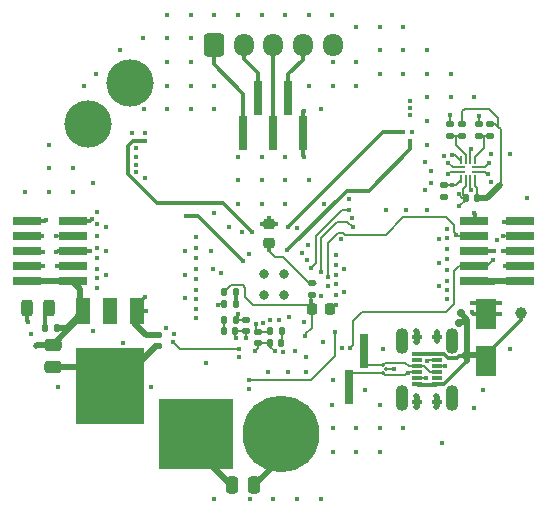
<source format=gbr>
%TF.GenerationSoftware,KiCad,Pcbnew,(6.0.9)*%
%TF.CreationDate,2023-01-25T10:50:16+01:00*%
%TF.ProjectId,BatteryManagementBoard,42617474-6572-4794-9d61-6e6167656d65,rev?*%
%TF.SameCoordinates,Original*%
%TF.FileFunction,Copper,L1,Top*%
%TF.FilePolarity,Positive*%
%FSLAX46Y46*%
G04 Gerber Fmt 4.6, Leading zero omitted, Abs format (unit mm)*
G04 Created by KiCad (PCBNEW (6.0.9)) date 2023-01-25 10:50:16*
%MOMM*%
%LPD*%
G01*
G04 APERTURE LIST*
G04 Aperture macros list*
%AMRoundRect*
0 Rectangle with rounded corners*
0 $1 Rounding radius*
0 $2 $3 $4 $5 $6 $7 $8 $9 X,Y pos of 4 corners*
0 Add a 4 corners polygon primitive as box body*
4,1,4,$2,$3,$4,$5,$6,$7,$8,$9,$2,$3,0*
0 Add four circle primitives for the rounded corners*
1,1,$1+$1,$2,$3*
1,1,$1+$1,$4,$5*
1,1,$1+$1,$6,$7*
1,1,$1+$1,$8,$9*
0 Add four rect primitives between the rounded corners*
20,1,$1+$1,$2,$3,$4,$5,0*
20,1,$1+$1,$4,$5,$6,$7,0*
20,1,$1+$1,$6,$7,$8,$9,0*
20,1,$1+$1,$8,$9,$2,$3,0*%
G04 Aperture macros list end*
%TA.AperFunction,SMDPad,CuDef*%
%ADD10RoundRect,0.225000X-0.225000X-0.250000X0.225000X-0.250000X0.225000X0.250000X-0.225000X0.250000X0*%
%TD*%
%TA.AperFunction,SMDPad,CuDef*%
%ADD11RoundRect,0.135000X0.135000X0.185000X-0.135000X0.185000X-0.135000X-0.185000X0.135000X-0.185000X0*%
%TD*%
%TA.AperFunction,SMDPad,CuDef*%
%ADD12RoundRect,0.140000X-0.140000X-0.170000X0.140000X-0.170000X0.140000X0.170000X-0.140000X0.170000X0*%
%TD*%
%TA.AperFunction,SMDPad,CuDef*%
%ADD13C,1.000000*%
%TD*%
%TA.AperFunction,SMDPad,CuDef*%
%ADD14RoundRect,0.050000X0.375000X0.050000X-0.375000X0.050000X-0.375000X-0.050000X0.375000X-0.050000X0*%
%TD*%
%TA.AperFunction,SMDPad,CuDef*%
%ADD15RoundRect,0.050000X0.050000X0.275000X-0.050000X0.275000X-0.050000X-0.275000X0.050000X-0.275000X0*%
%TD*%
%TA.AperFunction,SMDPad,CuDef*%
%ADD16RoundRect,0.140000X0.140000X0.170000X-0.140000X0.170000X-0.140000X-0.170000X0.140000X-0.170000X0*%
%TD*%
%TA.AperFunction,SMDPad,CuDef*%
%ADD17R,0.870000X0.300000*%
%TD*%
%TA.AperFunction,ComponentPad*%
%ADD18O,1.100000X2.200000*%
%TD*%
%TA.AperFunction,SMDPad,CuDef*%
%ADD19RoundRect,0.140000X-0.170000X0.140000X-0.170000X-0.140000X0.170000X-0.140000X0.170000X0.140000X0*%
%TD*%
%TA.AperFunction,SMDPad,CuDef*%
%ADD20RoundRect,0.225000X0.250000X-0.225000X0.250000X0.225000X-0.250000X0.225000X-0.250000X-0.225000X0*%
%TD*%
%TA.AperFunction,SMDPad,CuDef*%
%ADD21R,1.800000X2.500000*%
%TD*%
%TA.AperFunction,SMDPad,CuDef*%
%ADD22R,2.400000X0.740000*%
%TD*%
%TA.AperFunction,SMDPad,CuDef*%
%ADD23RoundRect,0.250000X-0.475000X0.250000X-0.475000X-0.250000X0.475000X-0.250000X0.475000X0.250000X0*%
%TD*%
%TA.AperFunction,SMDPad,CuDef*%
%ADD24RoundRect,0.135000X-0.185000X0.135000X-0.185000X-0.135000X0.185000X-0.135000X0.185000X0.135000X0*%
%TD*%
%TA.AperFunction,SMDPad,CuDef*%
%ADD25R,0.650000X3.000000*%
%TD*%
%TA.AperFunction,SMDPad,CuDef*%
%ADD26RoundRect,0.135000X-0.135000X-0.185000X0.135000X-0.185000X0.135000X0.185000X-0.135000X0.185000X0*%
%TD*%
%TA.AperFunction,SMDPad,CuDef*%
%ADD27RoundRect,0.243750X-0.243750X-0.456250X0.243750X-0.456250X0.243750X0.456250X-0.243750X0.456250X0*%
%TD*%
%TA.AperFunction,SMDPad,CuDef*%
%ADD28RoundRect,0.135000X0.185000X-0.135000X0.185000X0.135000X-0.185000X0.135000X-0.185000X-0.135000X0*%
%TD*%
%TA.AperFunction,SMDPad,CuDef*%
%ADD29RoundRect,0.250000X-0.250000X-0.475000X0.250000X-0.475000X0.250000X0.475000X-0.250000X0.475000X0*%
%TD*%
%TA.AperFunction,SMDPad,CuDef*%
%ADD30R,1.200000X2.200000*%
%TD*%
%TA.AperFunction,SMDPad,CuDef*%
%ADD31R,5.800000X6.400000*%
%TD*%
%TA.AperFunction,ComponentPad*%
%ADD32RoundRect,0.250000X-0.600000X-0.725000X0.600000X-0.725000X0.600000X0.725000X-0.600000X0.725000X0*%
%TD*%
%TA.AperFunction,ComponentPad*%
%ADD33O,1.700000X1.950000*%
%TD*%
%TA.AperFunction,SMDPad,CuDef*%
%ADD34RoundRect,0.010000X0.090000X0.090000X-0.090000X0.090000X-0.090000X-0.090000X0.090000X-0.090000X0*%
%TD*%
%TA.AperFunction,ComponentPad*%
%ADD35C,6.500000*%
%TD*%
%TA.AperFunction,ComponentPad*%
%ADD36R,6.300000X6.000000*%
%TD*%
%TA.AperFunction,ComponentPad*%
%ADD37C,4.000000*%
%TD*%
%TA.AperFunction,ViaPad*%
%ADD38C,0.450000*%
%TD*%
%TA.AperFunction,ViaPad*%
%ADD39C,0.800000*%
%TD*%
%TA.AperFunction,ViaPad*%
%ADD40C,0.500000*%
%TD*%
%TA.AperFunction,ViaPad*%
%ADD41C,0.700000*%
%TD*%
%TA.AperFunction,Conductor*%
%ADD42C,0.300000*%
%TD*%
%TA.AperFunction,Conductor*%
%ADD43C,0.200000*%
%TD*%
%TA.AperFunction,Conductor*%
%ADD44C,0.500000*%
%TD*%
G04 APERTURE END LIST*
D10*
%TO.P,C326,1*%
%TO.N,/P3-Charger/VDDA*%
X153225000Y-104900000D03*
%TO.P,C326,2*%
%TO.N,GND*%
X154775000Y-104900000D03*
%TD*%
D11*
%TO.P,R309,1*%
%TO.N,/P3-Charger/CELL_BATPRESZ*%
X146810000Y-103500000D03*
%TO.P,R309,2*%
%TO.N,/P3-Charger/VDDA*%
X145790000Y-103500000D03*
%TD*%
D12*
%TO.P,C330,1*%
%TO.N,/P3-Charger/COMP2RC*%
X145820000Y-106800000D03*
%TO.P,C330,2*%
%TO.N,GND*%
X146780000Y-106800000D03*
%TD*%
D13*
%TO.P,TP201,1,1*%
%TO.N,/P2-Connectors/VBUS_connector*%
X171000000Y-105250000D03*
%TD*%
D14*
%TO.P,U501,1,CC1*%
%TO.N,CC1*%
X167205000Y-93280000D03*
%TO.P,U501,2,CC2*%
%TO.N,CC2*%
X167205000Y-92880000D03*
D15*
%TO.P,U501,3,PORT*%
%TO.N,/P5-TUSB422 (Optional)/PTN_PORT*%
X167080000Y-92255000D03*
%TO.P,U501,4,VBUS_DET*%
%TO.N,VBUS*%
X166680000Y-92255000D03*
%TO.P,U501,5,ADR/CON_DET*%
%TO.N,/P5-TUSB422 (Optional)/PTN_ADR*%
X166280000Y-92255000D03*
%TO.P,U501,6,INTB*%
%TO.N,USBC_INT*%
X165880000Y-92255000D03*
D14*
%TO.P,U501,7,SDA*%
%TO.N,SDA*%
X165755000Y-92880000D03*
%TO.P,U501,8,SCL*%
%TO.N,SCL*%
X165755000Y-93280000D03*
D15*
%TO.P,U501,9,ID*%
%TO.N,PTN_ID*%
X165880000Y-93905000D03*
%TO.P,U501,10,GND*%
%TO.N,GND*%
X166280000Y-93905000D03*
%TO.P,U501,11,ENB*%
%TO.N,/P5-TUSB422 (Optional)/PTN_ENB*%
X166680000Y-93905000D03*
%TO.P,U501,12,VDD*%
%TO.N,+3.3V*%
X167080000Y-93905000D03*
%TD*%
D16*
%TO.P,C501,1*%
%TO.N,+3.3V*%
X167230000Y-95500000D03*
%TO.P,C501,2*%
%TO.N,GND*%
X166270000Y-95500000D03*
%TD*%
D11*
%TO.P,R401,1*%
%TO.N,+3.3V*%
X131710000Y-106500000D03*
%TO.P,R401,2*%
%TO.N,/P4 - 3V3 Regulator/POWER_LED*%
X130690000Y-106500000D03*
%TD*%
D17*
%TO.P,J201,A1,GND*%
%TO.N,GND*%
X163865000Y-107250000D03*
%TO.P,J201,A4,VBUS*%
%TO.N,/P2-Connectors/VBUS_connector*%
X163865000Y-108750000D03*
%TO.P,J201,A5,CC1*%
%TO.N,CC1*%
X163865000Y-109250000D03*
%TO.P,J201,A6,DP1*%
%TO.N,/P2-Connectors/USB-P*%
X163865000Y-109750000D03*
%TO.P,J201,A7,DN1*%
%TO.N,/P2-Connectors/USB-N*%
X163865000Y-110250000D03*
%TO.P,J201,A8,SBU1*%
%TO.N,unconnected-(J201-PadA8)*%
X163865000Y-110750000D03*
%TO.P,J201,A9,VBUS*%
%TO.N,/P2-Connectors/VBUS_connector*%
X163865000Y-111250000D03*
%TO.P,J201,A12,GND*%
%TO.N,GND*%
X163865000Y-112750000D03*
%TO.P,J201,B1,GND*%
X162135000Y-112750000D03*
%TO.P,J201,B4,VBUS*%
%TO.N,/P2-Connectors/VBUS_connector*%
X162135000Y-111250000D03*
%TO.P,J201,B5,CC2*%
%TO.N,CC2*%
X162135000Y-110750000D03*
%TO.P,J201,B6,DP2*%
%TO.N,/P2-Connectors/USB-P*%
X162135000Y-110250000D03*
%TO.P,J201,B7,DN2*%
%TO.N,/P2-Connectors/USB-N*%
X162135000Y-109750000D03*
%TO.P,J201,B8,SBU2*%
%TO.N,unconnected-(J201-PadB8)*%
X162135000Y-109250000D03*
%TO.P,J201,B9,VBUS*%
%TO.N,/P2-Connectors/VBUS_connector*%
X162135000Y-108750000D03*
%TO.P,J201,B12,GND*%
%TO.N,GND*%
X162135000Y-107250000D03*
D18*
%TO.P,J201,S1,Shell*%
%TO.N,unconnected-(J201-PadS1)*%
X165150000Y-107600000D03*
%TO.P,J201,S2,Shell*%
%TO.N,unconnected-(J201-PadS2)*%
X160850000Y-107600000D03*
%TO.P,J201,S3,Shell*%
%TO.N,unconnected-(J201-PadS3)*%
X165150000Y-112400000D03*
%TO.P,J201,S4,Shell*%
%TO.N,unconnected-(J201-PadS4)*%
X160850000Y-112400000D03*
%TD*%
D19*
%TO.P,C327,1*%
%TO.N,/P3-Charger/COMP1*%
X148700000Y-106820000D03*
%TO.P,C327,2*%
%TO.N,GND*%
X148700000Y-107780000D03*
%TD*%
%TO.P,C402,1*%
%TO.N,VOUT*%
X140250000Y-107120000D03*
%TO.P,C402,2*%
%TO.N,GND*%
X140250000Y-108080000D03*
%TD*%
D20*
%TO.P,C331,1*%
%TO.N,/P3-Charger/REGN*%
X149600000Y-99300000D03*
%TO.P,C331,2*%
%TO.N,GND*%
X149600000Y-97750000D03*
%TD*%
D11*
%TO.P,R314,1*%
%TO.N,/P3-Charger/COMP1RC*%
X150710000Y-106800000D03*
%TO.P,R314,2*%
%TO.N,/P3-Charger/COMP1*%
X149690000Y-106800000D03*
%TD*%
D21*
%TO.P,D201,1,K*%
%TO.N,/P2-Connectors/VBUS_connector*%
X168000000Y-109300000D03*
%TO.P,D201,2,A*%
%TO.N,GND*%
X168000000Y-105300000D03*
%TD*%
D22*
%TO.P,J205,1,Pin_1*%
%TO.N,+3.3V*%
X133050000Y-102540000D03*
%TO.P,J205,2,Pin_2*%
X129150000Y-102540000D03*
%TO.P,J205,3,Pin_3*%
%TO.N,BQ_IBAT*%
X133050000Y-101270000D03*
%TO.P,J205,4,Pin_4*%
%TO.N,BQ_EN_OTG*%
X129150000Y-101270000D03*
%TO.P,J205,5,Pin_5*%
%TO.N,GND*%
X133050000Y-100000000D03*
%TO.P,J205,6,Pin_6*%
X129150000Y-100000000D03*
%TO.P,J205,7,Pin_7*%
%TO.N,BQ_IADPT*%
X133050000Y-98730000D03*
%TO.P,J205,8,Pin_8*%
%TO.N,BQ_CMPOUT*%
X129150000Y-98730000D03*
%TO.P,J205,9,Pin_9*%
%TO.N,GND*%
X133050000Y-97460000D03*
%TO.P,J205,10,Pin_10*%
X129150000Y-97460000D03*
%TD*%
D23*
%TO.P,C403,1*%
%TO.N,+3.3V*%
X131300000Y-107950000D03*
%TO.P,C403,2*%
%TO.N,GND*%
X131300000Y-109850000D03*
%TD*%
D24*
%TO.P,R308,1*%
%TO.N,/P3-Charger/REGN*%
X153300000Y-102690000D03*
%TO.P,R308,2*%
%TO.N,/P3-Charger/VDDA*%
X153300000Y-103710000D03*
%TD*%
%TO.P,R506,1*%
%TO.N,PTN_ID*%
X164440000Y-94420000D03*
%TO.P,R506,2*%
%TO.N,+3.3V*%
X164440000Y-95440000D03*
%TD*%
D25*
%TO.P,J206,1,Pin_1*%
%TO.N,/P2-Connectors/USB-N*%
X157635000Y-108500000D03*
%TO.P,J206,2,Pin_2*%
%TO.N,/P2-Connectors/USB-P*%
X156365000Y-111500000D03*
%TD*%
D24*
%TO.P,R502,1*%
%TO.N,GND*%
X164970000Y-89250000D03*
%TO.P,R502,2*%
%TO.N,/P5-TUSB422 (Optional)/PTN_ADR*%
X164970000Y-90270000D03*
%TD*%
D26*
%TO.P,R311,1*%
%TO.N,GND*%
X145790000Y-104500000D03*
%TO.P,R311,2*%
%TO.N,/P3-Charger/CELL_BATPRESZ*%
X146810000Y-104500000D03*
%TD*%
D27*
%TO.P,D401,1,K*%
%TO.N,GND*%
X129162500Y-104800000D03*
%TO.P,D401,2,A*%
%TO.N,/P4 - 3V3 Regulator/POWER_LED*%
X131037500Y-104800000D03*
%TD*%
D28*
%TO.P,R503,1*%
%TO.N,/P5-TUSB422 (Optional)/PTN_PORT*%
X168370000Y-90260000D03*
%TO.P,R503,2*%
%TO.N,+3.3V*%
X168370000Y-89240000D03*
%TD*%
D24*
%TO.P,R504,1*%
%TO.N,GND*%
X167370000Y-89230000D03*
%TO.P,R504,2*%
%TO.N,/P5-TUSB422 (Optional)/PTN_PORT*%
X167370000Y-90250000D03*
%TD*%
D28*
%TO.P,R501,1*%
%TO.N,/P5-TUSB422 (Optional)/PTN_ADR*%
X166000000Y-90270000D03*
%TO.P,R501,2*%
%TO.N,+3.3V*%
X166000000Y-89250000D03*
%TD*%
D26*
%TO.P,R315,1*%
%TO.N,/P3-Charger/COMP2RC*%
X145790000Y-105800000D03*
%TO.P,R315,2*%
%TO.N,/P3-Charger/COMP2*%
X146810000Y-105800000D03*
%TD*%
D22*
%TO.P,J203,1,Pin_1*%
%TO.N,+3.3V*%
X170850000Y-102540000D03*
%TO.P,J203,2,Pin_2*%
X166950000Y-102540000D03*
%TO.P,J203,3,Pin_3*%
%TO.N,SDA*%
X170850000Y-101270000D03*
%TO.P,J203,4,Pin_4*%
%TO.N,SCL*%
X166950000Y-101270000D03*
%TO.P,J203,5,Pin_5*%
%TO.N,GND*%
X170850000Y-100000000D03*
%TO.P,J203,6,Pin_6*%
X166950000Y-100000000D03*
%TO.P,J203,7,Pin_7*%
%TO.N,USBC_INT*%
X170850000Y-98730000D03*
%TO.P,J203,8,Pin_8*%
%TO.N,BQ_CHRG_OK*%
X166950000Y-98730000D03*
%TO.P,J203,9,Pin_9*%
%TO.N,PTN_ID*%
X170850000Y-97460000D03*
%TO.P,J203,10,Pin_10*%
%TO.N,GND*%
X166950000Y-97460000D03*
%TD*%
D29*
%TO.P,C324,1*%
%TO.N,+BATT*%
X146450000Y-119800000D03*
%TO.P,C324,2*%
%TO.N,GND*%
X148350000Y-119800000D03*
%TD*%
D19*
%TO.P,C329,1*%
%TO.N,/P3-Charger/COMP2*%
X147700000Y-105820000D03*
%TO.P,C329,2*%
%TO.N,GND*%
X147700000Y-106780000D03*
%TD*%
D25*
%TO.P,J207,1,Pin_1*%
%TO.N,/P2-Connectors/Cell4*%
X147460000Y-90000000D03*
%TO.P,J207,2,Pin_2*%
%TO.N,/P2-Connectors/Cell3*%
X148730000Y-87000000D03*
%TO.P,J207,3,Pin_3*%
%TO.N,/P2-Connectors/Cell2*%
X150000000Y-90000000D03*
%TO.P,J207,4,Pin_4*%
%TO.N,/P2-Connectors/Cell1*%
X151270000Y-87000000D03*
%TO.P,J207,5,Pin_5*%
%TO.N,GND*%
X152540000Y-90000000D03*
%TD*%
D16*
%TO.P,C328,1*%
%TO.N,/P3-Charger/COMP1RC*%
X150680000Y-107800000D03*
%TO.P,C328,2*%
%TO.N,GND*%
X149720000Y-107800000D03*
%TD*%
D30*
%TO.P,U401,1,VCC*%
%TO.N,VOUT*%
X138430000Y-105100000D03*
%TO.P,U401,2,N.C.*%
%TO.N,unconnected-(U401-Pad2)*%
X136150000Y-105100000D03*
%TO.P,U401,3,VOUT*%
%TO.N,+3.3V*%
X133870000Y-105100000D03*
D31*
%TO.P,U401,4,GND*%
%TO.N,GND*%
X136150000Y-111400000D03*
%TD*%
D32*
%TO.P,J208,1,Pin_1*%
%TO.N,/P2-Connectors/Cell4*%
X145000000Y-82525000D03*
D33*
%TO.P,J208,2,Pin_2*%
%TO.N,/P2-Connectors/Cell3*%
X147500000Y-82525000D03*
%TO.P,J208,3,Pin_3*%
%TO.N,/P2-Connectors/Cell2*%
X150000000Y-82525000D03*
%TO.P,J208,4,Pin_4*%
%TO.N,/P2-Connectors/Cell1*%
X152500000Y-82525000D03*
%TO.P,J208,5,Pin_5*%
%TO.N,GND*%
X155000000Y-82525000D03*
%TD*%
D34*
%TO.P,D202,3,A2*%
%TO.N,/P2-Connectors/USB-P*%
X159250000Y-110340000D03*
%TO.P,D202,2,A1*%
%TO.N,/P2-Connectors/USB-N*%
X159250000Y-109660000D03*
%TO.P,D202,1,common*%
%TO.N,GND*%
X159550000Y-110000000D03*
%TD*%
D35*
%TO.P,J204,N,N*%
%TO.N,GND*%
X150600000Y-115500000D03*
D36*
%TO.P,J204,P,P*%
%TO.N,+BATT*%
X143400000Y-115500000D03*
%TD*%
D37*
%TO.P,J202,1,N*%
%TO.N,GND*%
X137817767Y-85732233D03*
%TO.P,J202,2,P*%
%TO.N,VOUT*%
X134282233Y-89267767D03*
%TD*%
D38*
%TO.N,GND*%
X144750000Y-100000000D03*
X129500000Y-107000000D03*
X131750000Y-111500000D03*
X134750000Y-106750000D03*
X137250000Y-107750000D03*
X170000000Y-91750000D03*
X171500000Y-95500000D03*
X170000000Y-108250000D03*
X167000000Y-113250000D03*
X164250000Y-116250000D03*
X159250000Y-108250000D03*
X157750000Y-111750000D03*
X152750000Y-109000000D03*
X144300000Y-109500000D03*
X163000000Y-96500000D03*
X161250000Y-96500000D03*
X159500000Y-96500000D03*
X154250000Y-96000000D03*
X146250000Y-98000000D03*
X145000000Y-96750000D03*
X152750000Y-110250000D03*
X151250000Y-110250000D03*
X149500000Y-110250000D03*
X131000000Y-91000000D03*
X131000000Y-93000000D03*
X133000000Y-93000000D03*
X134750000Y-94250000D03*
X133000000Y-95000000D03*
X131000000Y-95000000D03*
X129000000Y-95000000D03*
X154998966Y-83989733D03*
X156996900Y-83989733D03*
X156996900Y-85987667D03*
X153999999Y-87997933D03*
X155000000Y-86000000D03*
X153000000Y-86000000D03*
X134000000Y-86000000D03*
X135000000Y-85000000D03*
X137000000Y-83000000D03*
X137993844Y-89992789D03*
X138996922Y-87994855D03*
X138989733Y-81999999D03*
X141000000Y-80000000D03*
X141000000Y-82000000D03*
X141000000Y-84000000D03*
X141000000Y-86000000D03*
X141000000Y-88000000D03*
X145000000Y-88000000D03*
X145000000Y-86000000D03*
X143000000Y-88000000D03*
X143000000Y-86000000D03*
X143000000Y-84000000D03*
X142994855Y-81994855D03*
X142996965Y-79994855D03*
X144994899Y-79994855D03*
X146992833Y-79994855D03*
X148998988Y-79994855D03*
X150996922Y-79994855D03*
X152994855Y-79994855D03*
X154992789Y-79994855D03*
X156998944Y-80997933D03*
X162999999Y-90998966D03*
X162999999Y-88996900D03*
X161000000Y-81000000D03*
X158991799Y-80992833D03*
X158991799Y-82990766D03*
X162999999Y-82990766D03*
X160998966Y-82989733D03*
X158988700Y-84987667D03*
X160998966Y-84987667D03*
X162996900Y-84987667D03*
X162996900Y-86997933D03*
X166992767Y-86997933D03*
X164994834Y-84987667D03*
X164994834Y-86997933D03*
X155001033Y-110940401D03*
X154988700Y-112999999D03*
X158996900Y-112999999D03*
X160987667Y-114998966D03*
X145000000Y-121000000D03*
X147994855Y-120991778D03*
X154000000Y-121000000D03*
X152000000Y-121000000D03*
X149991778Y-120991778D03*
X152994855Y-93994855D03*
X151000000Y-92000000D03*
X148995192Y-91994518D03*
X147000000Y-92000000D03*
X151000000Y-94000000D03*
X147000000Y-96000000D03*
X151000000Y-96000000D03*
X149000000Y-96000000D03*
X149000000Y-94000000D03*
X147000000Y-94000000D03*
X155000000Y-115000000D03*
X159000000Y-115000000D03*
X157000000Y-115000000D03*
X159000000Y-117000000D03*
X157000000Y-117000000D03*
X155000000Y-117000000D03*
X160200000Y-110000000D03*
%TO.N,/P2-Connectors/USB-P*%
X161399832Y-110299832D03*
%TO.N,GND*%
X147100000Y-109000000D03*
X147900000Y-111700000D03*
X141600000Y-107000000D03*
X164410000Y-91980000D03*
X168460000Y-94160000D03*
X168420000Y-91790000D03*
X168891670Y-99091392D03*
X156650878Y-97209122D03*
X152440000Y-100200000D03*
X147890000Y-100230000D03*
X144860000Y-101500000D03*
X161710000Y-89960000D03*
X139110000Y-90010000D03*
X152000000Y-98040000D03*
X147330000Y-98410000D03*
%TO.N,VBUS*%
X166700000Y-91340000D03*
%TO.N,GND*%
X164700000Y-101600000D03*
X163800000Y-113200000D03*
X162100000Y-112300000D03*
X145300000Y-104600000D03*
X165690000Y-95200000D03*
X152600000Y-92000000D03*
X163300000Y-93200000D03*
X143400000Y-105700000D03*
X130700000Y-97400000D03*
X142500000Y-100000000D03*
X166800000Y-105200000D03*
X162100000Y-106800000D03*
X167700000Y-111800000D03*
X139600000Y-111500000D03*
X149000000Y-97700000D03*
X156400000Y-95600000D03*
X135100000Y-101500000D03*
X138400000Y-93300000D03*
X169200000Y-105300000D03*
X155800000Y-108200000D03*
X134500000Y-100000000D03*
D39*
X149200000Y-103700000D03*
D38*
X143400000Y-103300000D03*
X130500000Y-100100000D03*
X138400000Y-92000000D03*
X155300000Y-101200000D03*
X164700000Y-98100000D03*
X151800000Y-108500000D03*
X164000000Y-99000000D03*
X164700000Y-98900000D03*
X161600000Y-87300000D03*
X169200000Y-104400000D03*
X163800000Y-112300000D03*
X138400000Y-92700000D03*
X129200000Y-106000000D03*
X156000000Y-103500000D03*
X147700000Y-107400000D03*
X143400000Y-99700000D03*
X149600000Y-97200000D03*
X155300000Y-102000000D03*
X135800000Y-100000000D03*
X155300000Y-104600000D03*
X164700000Y-100700000D03*
X135100000Y-98700000D03*
X155300000Y-102800000D03*
X143400000Y-98800000D03*
X135100000Y-103100000D03*
X164700000Y-102500000D03*
X162800000Y-92500000D03*
X131624500Y-100100000D03*
X134600000Y-114300000D03*
D39*
X150900000Y-103700000D03*
D38*
X148400000Y-108500000D03*
X163300000Y-94200000D03*
X150200000Y-97700000D03*
X143400000Y-104900000D03*
X155300000Y-103700000D03*
X162100000Y-113200000D03*
X142500000Y-102000000D03*
X142500000Y-104000000D03*
X135800000Y-98000000D03*
X168700000Y-100000000D03*
X138400000Y-91300000D03*
X155300000Y-100300000D03*
X164700000Y-103300000D03*
X162100000Y-107700000D03*
X146800000Y-107400000D03*
X167370000Y-88560000D03*
X137300000Y-114300000D03*
X155700000Y-99000000D03*
X166800000Y-104400000D03*
X135100000Y-100600000D03*
X156000000Y-101500000D03*
X163850000Y-107650000D03*
X162800000Y-94800000D03*
X143400000Y-101500000D03*
X135100000Y-96700000D03*
X169400000Y-100000000D03*
X164000000Y-101000000D03*
X167000000Y-96800000D03*
X161600000Y-88500000D03*
X150800000Y-108534500D03*
X164700000Y-104100000D03*
X143400000Y-100600000D03*
X133900000Y-114300000D03*
X152600000Y-88100000D03*
D39*
X149200000Y-101900000D03*
D38*
X152900000Y-99500000D03*
X164700000Y-99800000D03*
X143400000Y-102400000D03*
X139100000Y-93800000D03*
X161600000Y-87900000D03*
X143400000Y-104100000D03*
X150124500Y-108500000D03*
X135800000Y-102000000D03*
X135100000Y-99700000D03*
X164960000Y-88510000D03*
X165750000Y-96210000D03*
D39*
X150900000Y-101900000D03*
D38*
X164000000Y-103000000D03*
X163865000Y-106865000D03*
X138000000Y-114300000D03*
X134600000Y-97300000D03*
X135100000Y-102300000D03*
X135100000Y-97700000D03*
%TO.N,/P3-Charger/ACP*%
X154000000Y-101800000D03*
X156700000Y-98000000D03*
%TO.N,/P3-Charger/ACN*%
X156400000Y-96500000D03*
X153191973Y-101429983D03*
%TO.N,VOUT*%
X139100000Y-103900000D03*
X139250000Y-105100000D03*
%TO.N,/P3-Charger/VBUS-in*%
X152825000Y-100775000D03*
X152600000Y-106000000D03*
%TO.N,/P3-Charger/VDDA*%
X153206233Y-104193767D03*
X152700000Y-107200000D03*
%TO.N,/P3-Charger/COMP1*%
X148500000Y-106200000D03*
%TO.N,/P3-Charger/COMP2*%
X147000000Y-105300000D03*
%TO.N,/P3-Charger/REGN*%
X149600000Y-99900000D03*
%TO.N,BQ_IADPT*%
X147100000Y-108300000D03*
X141514502Y-107700000D03*
X131600000Y-98700000D03*
%TO.N,BQ_IBAT*%
X131700000Y-101300000D03*
X151300000Y-105600000D03*
D40*
%TO.N,+3.3V*%
X168700000Y-102600000D03*
D38*
X129050000Y-102540000D03*
D40*
X129900000Y-108000000D03*
D38*
X169180000Y-94410000D03*
D41*
%TO.N,/P2-Connectors/VBUS_connector*%
X165715688Y-106107186D03*
X165850000Y-105250000D03*
D38*
%TO.N,CC1*%
X168160000Y-93490000D03*
X162994502Y-109275500D03*
%TO.N,/P2-Connectors/USB-P*%
X164540210Y-109750000D03*
%TO.N,CC2*%
X168220000Y-92550000D03*
X162950000Y-110750000D03*
%TO.N,/P3-Charger/ILIM_HIZ*%
X154200000Y-107700000D03*
X154044500Y-103800000D03*
%TO.N,SDA*%
X169600000Y-101300000D03*
X164800000Y-92520000D03*
X150500000Y-105800000D03*
%TO.N,SCL*%
X149703061Y-105798166D03*
X168570000Y-100775500D03*
X156500000Y-108200000D03*
X164780000Y-93450000D03*
%TO.N,USBC_INT*%
X169410000Y-98700000D03*
X165120878Y-91864500D03*
%TO.N,BQ_CHRG_OK*%
X154600000Y-102200000D03*
X165475500Y-98600000D03*
%TO.N,BQ_EN_OTG*%
X154600000Y-103000000D03*
X155200000Y-106874500D03*
X130500000Y-101300000D03*
X147900000Y-110900000D03*
%TO.N,BQ_CMPOUT*%
X149145936Y-106132031D03*
X130400000Y-98700000D03*
%TO.N,/P3-Charger/CELL_BATPRESZ*%
X146800000Y-104000000D03*
%TO.N,/P3-Charger/!BATDRV*%
X140900000Y-106500000D03*
X145543767Y-101856233D03*
%TO.N,/P3-Charger/HIDRV2*%
X147400000Y-100800000D03*
X142600000Y-97000000D03*
%TO.N,/P3-Charger/LODRV2*%
X148200000Y-98400000D03*
X139100000Y-90700000D03*
%TO.N,/P3-Charger/LODRV1*%
X151200000Y-98000000D03*
X161000000Y-89900000D03*
%TO.N,/P3-Charger/HIDRV1*%
X161600000Y-90700000D03*
X151174500Y-99950000D03*
%TO.N,/P5-TUSB422 (Optional)/PTN_ENB*%
X166700000Y-94840000D03*
%TO.N,PTN_ID*%
X169530000Y-97500000D03*
X165110000Y-94420000D03*
%TD*%
D42*
%TO.N,VOUT*%
X138205000Y-105100000D02*
X139250000Y-105100000D01*
%TO.N,/P2-Connectors/VBUS_connector*%
X171000000Y-105800000D02*
X171000000Y-105250000D01*
X168000000Y-108800000D02*
X171000000Y-105800000D01*
X168000000Y-109300000D02*
X168000000Y-108800000D01*
D43*
%TO.N,SCL*%
X165300000Y-104510000D02*
X165300000Y-101700000D01*
X165730000Y-101270000D02*
X167050000Y-101270000D01*
X157500000Y-105200000D02*
X164610000Y-105200000D01*
X156740000Y-105960000D02*
X157500000Y-105200000D01*
X156500000Y-108200000D02*
X156740000Y-107960000D01*
X156740000Y-107960000D02*
X156740000Y-105960000D01*
X164610000Y-105200000D02*
X165300000Y-104510000D01*
X165300000Y-101700000D02*
X165730000Y-101270000D01*
%TO.N,GND*%
X159550000Y-110000000D02*
X160200000Y-110000000D01*
%TO.N,/P2-Connectors/USB-N*%
X157690000Y-109660000D02*
X159250000Y-109660000D01*
X157635000Y-109605000D02*
X157690000Y-109660000D01*
X157635000Y-108500000D02*
X157635000Y-109605000D01*
%TO.N,/P2-Connectors/USB-P*%
X156430000Y-110340000D02*
X159250000Y-110340000D01*
X156365000Y-110405000D02*
X156430000Y-110340000D01*
X156365000Y-111500000D02*
X156365000Y-110405000D01*
%TO.N,/P2-Connectors/USB-N*%
X159435000Y-109475000D02*
X159250000Y-109660000D01*
X161175000Y-109475000D02*
X159435000Y-109475000D01*
X162135000Y-109750000D02*
X161450000Y-109750000D01*
X161450000Y-109750000D02*
X161175000Y-109475000D01*
%TO.N,/P2-Connectors/USB-P*%
X159435000Y-110525000D02*
X159250000Y-110340000D01*
X161399832Y-110299832D02*
X161174664Y-110525000D01*
X161174664Y-110525000D02*
X159435000Y-110525000D01*
X161449664Y-110250000D02*
X161399832Y-110299832D01*
X162135000Y-110250000D02*
X161449664Y-110250000D01*
%TO.N,BQ_IADPT*%
X142114502Y-108300000D02*
X147100000Y-108300000D01*
X141514502Y-107700000D02*
X142114502Y-108300000D01*
%TO.N,VBUS*%
X166680000Y-91360000D02*
X166700000Y-91340000D01*
X166680000Y-92255000D02*
X166680000Y-91360000D01*
D44*
%TO.N,GND*%
X140000000Y-108080000D02*
X140000000Y-108100000D01*
X163865000Y-112750000D02*
X163865000Y-113135000D01*
D42*
X168000000Y-105300000D02*
X166900000Y-105300000D01*
X131724500Y-100000000D02*
X131624500Y-100100000D01*
X168500000Y-104800000D02*
X168500000Y-104400000D01*
D44*
X140000000Y-108100000D02*
X136700000Y-111400000D01*
D42*
X129150000Y-100100000D02*
X129050000Y-100000000D01*
D44*
X136700000Y-111400000D02*
X135925000Y-111400000D01*
D43*
X166280000Y-93905000D02*
X166280000Y-94517537D01*
D44*
X163865000Y-107635000D02*
X163865000Y-107250000D01*
X163865000Y-112365000D02*
X163800000Y-112300000D01*
X162135000Y-107250000D02*
X162135000Y-106835000D01*
D42*
X129050000Y-97460000D02*
X130640000Y-97460000D01*
D43*
X148700000Y-107780000D02*
X148700000Y-108200000D01*
D42*
X168000000Y-105300000D02*
X167800000Y-105100000D01*
D44*
X163865000Y-106865000D02*
X163865000Y-107250000D01*
D42*
X167800000Y-104400000D02*
X166800000Y-104400000D01*
D43*
X147700000Y-106780000D02*
X147700000Y-106800000D01*
X166270000Y-95690000D02*
X165750000Y-96210000D01*
X166270000Y-95500000D02*
X165990000Y-95500000D01*
X146780000Y-106800000D02*
X147680000Y-106800000D01*
X166010000Y-94787537D02*
X166010000Y-95240000D01*
D42*
X166900000Y-105300000D02*
X166800000Y-105200000D01*
D44*
X163850000Y-107650000D02*
X163865000Y-107635000D01*
D43*
X149600000Y-97750000D02*
X149600000Y-97200000D01*
X149720000Y-108095500D02*
X150124500Y-108500000D01*
D44*
X162135000Y-112335000D02*
X162100000Y-112300000D01*
D43*
X166270000Y-95500000D02*
X166010000Y-95240000D01*
D44*
X150600000Y-117575000D02*
X150600000Y-115500000D01*
D43*
X149600000Y-97750000D02*
X150150000Y-97750000D01*
X166270000Y-95500000D02*
X166270000Y-95690000D01*
D42*
X167050000Y-96850000D02*
X167000000Y-96800000D01*
D43*
X147680000Y-106800000D02*
X147700000Y-106780000D01*
D44*
X162135000Y-112750000D02*
X162135000Y-112335000D01*
X162135000Y-112750000D02*
X162135000Y-113165000D01*
X131300000Y-109850000D02*
X134375000Y-109850000D01*
D43*
X149050000Y-97750000D02*
X149600000Y-97750000D01*
D42*
X167050000Y-100000000D02*
X168700000Y-100000000D01*
D43*
X154775000Y-104900000D02*
X155000000Y-104900000D01*
X165990000Y-95500000D02*
X165690000Y-95200000D01*
X145790000Y-104500000D02*
X145400000Y-104500000D01*
D42*
X167800000Y-105100000D02*
X167800000Y-104400000D01*
X152540000Y-90000000D02*
X152540000Y-88160000D01*
D43*
X166280000Y-94517537D02*
X166010000Y-94787537D01*
X155000000Y-104900000D02*
X155300000Y-104600000D01*
D42*
X168500000Y-104400000D02*
X169200000Y-104400000D01*
X132950000Y-100000000D02*
X131724500Y-100000000D01*
D43*
X164970000Y-89250000D02*
X164970000Y-88520000D01*
D42*
X152540000Y-90000000D02*
X152540000Y-91940000D01*
D44*
X162135000Y-106835000D02*
X162100000Y-106800000D01*
D42*
X129162500Y-104800000D02*
X129162500Y-105962500D01*
D43*
X150150000Y-97750000D02*
X150200000Y-97700000D01*
D42*
X130640000Y-97460000D02*
X130700000Y-97400000D01*
D44*
X162100000Y-107700000D02*
X162135000Y-107665000D01*
D43*
X146780000Y-107380000D02*
X146780000Y-106800000D01*
X148720000Y-107800000D02*
X148700000Y-107780000D01*
X149720000Y-107800000D02*
X148720000Y-107800000D01*
X149720000Y-107800000D02*
X149720000Y-108095500D01*
X148700000Y-108200000D02*
X148400000Y-108500000D01*
D44*
X163865000Y-112750000D02*
X163865000Y-112365000D01*
D42*
X130500000Y-100100000D02*
X129150000Y-100100000D01*
X152540000Y-88160000D02*
X152600000Y-88100000D01*
D43*
X145400000Y-104500000D02*
X145300000Y-104600000D01*
D44*
X134375000Y-109850000D02*
X135925000Y-111400000D01*
D42*
X152540000Y-91940000D02*
X152600000Y-92000000D01*
D43*
X147700000Y-106780000D02*
X147700000Y-107400000D01*
D42*
X129162500Y-105962500D02*
X129200000Y-106000000D01*
D43*
X149000000Y-97700000D02*
X149050000Y-97750000D01*
D42*
X168000000Y-105300000D02*
X169200000Y-105300000D01*
D44*
X162135000Y-113165000D02*
X162100000Y-113200000D01*
D42*
X168000000Y-105300000D02*
X168500000Y-104800000D01*
D44*
X163865000Y-113135000D02*
X163800000Y-113200000D01*
D43*
X146800000Y-107400000D02*
X146780000Y-107380000D01*
D42*
X132950000Y-97460000D02*
X134440000Y-97460000D01*
D44*
X148450000Y-119725000D02*
X150600000Y-117575000D01*
D43*
X167370000Y-89230000D02*
X167370000Y-88560000D01*
D44*
X162135000Y-107665000D02*
X162135000Y-107250000D01*
D42*
X134440000Y-97460000D02*
X134600000Y-97300000D01*
X167050000Y-97460000D02*
X167050000Y-96850000D01*
X170950000Y-100000000D02*
X169400000Y-100000000D01*
D43*
X164970000Y-88520000D02*
X164960000Y-88510000D01*
D42*
X132950000Y-100000000D02*
X134500000Y-100000000D01*
D43*
%TO.N,/P3-Charger/ACP*%
X154000000Y-98900000D02*
X155400000Y-97500000D01*
X156200000Y-97500000D02*
X156700000Y-98000000D01*
X155400000Y-97500000D02*
X156200000Y-97500000D01*
X154000000Y-101800000D02*
X154000000Y-98900000D01*
%TO.N,/P3-Charger/ACN*%
X153600000Y-98700000D02*
X155800000Y-96500000D01*
X153600000Y-101021956D02*
X153600000Y-98700000D01*
X155800000Y-96500000D02*
X156400000Y-96500000D01*
X153191973Y-101429983D02*
X153600000Y-101021956D01*
D42*
%TO.N,VOUT*%
X138205000Y-104795000D02*
X139100000Y-103900000D01*
D44*
X139220000Y-107120000D02*
X138205000Y-106105000D01*
X140000000Y-107120000D02*
X139220000Y-107120000D01*
X138205000Y-106105000D02*
X138205000Y-105100000D01*
D42*
X138205000Y-105100000D02*
X138205000Y-104795000D01*
D44*
%TO.N,+BATT*%
X143400000Y-116850000D02*
X143400000Y-115500000D01*
X146550000Y-120000000D02*
X143400000Y-116850000D01*
D43*
%TO.N,/P3-Charger/VDDA*%
X148300000Y-104600000D02*
X147600000Y-103900000D01*
X153225000Y-104900000D02*
X152925000Y-104600000D01*
X153206233Y-103803767D02*
X153300000Y-103710000D01*
X147600000Y-103100000D02*
X147380000Y-102880000D01*
X152700000Y-107200000D02*
X152700000Y-107000000D01*
X152925000Y-104600000D02*
X148300000Y-104600000D01*
X152700000Y-107000000D02*
X153225000Y-106475000D01*
X153206233Y-104881233D02*
X153225000Y-104900000D01*
X147380000Y-102880000D02*
X146410000Y-102880000D01*
X146410000Y-102880000D02*
X145790000Y-103500000D01*
X153225000Y-106475000D02*
X153225000Y-104900000D01*
X147600000Y-103900000D02*
X147600000Y-103100000D01*
X153206233Y-104193767D02*
X153206233Y-104881233D01*
X153206233Y-104193767D02*
X153206233Y-103803767D01*
%TO.N,/P3-Charger/COMP1*%
X149670000Y-106820000D02*
X149690000Y-106800000D01*
X148500000Y-106200000D02*
X148500000Y-106620000D01*
X148700000Y-106820000D02*
X149670000Y-106820000D01*
X148500000Y-106620000D02*
X148700000Y-106820000D01*
%TO.N,/P3-Charger/COMP1RC*%
X150710000Y-106800000D02*
X150710000Y-107770000D01*
X150710000Y-107770000D02*
X150680000Y-107800000D01*
%TO.N,/P3-Charger/COMP2*%
X147000000Y-105610000D02*
X146810000Y-105800000D01*
X147000000Y-105300000D02*
X147000000Y-105610000D01*
X147680000Y-105800000D02*
X147700000Y-105820000D01*
X146810000Y-105800000D02*
X147680000Y-105800000D01*
%TO.N,/P3-Charger/COMP2RC*%
X145790000Y-105800000D02*
X145790000Y-106770000D01*
X145790000Y-106770000D02*
X145820000Y-106800000D01*
%TO.N,/P3-Charger/REGN*%
X150100000Y-100500000D02*
X149600000Y-100000000D01*
X152990000Y-102690000D02*
X150800000Y-100500000D01*
X149600000Y-100000000D02*
X149600000Y-99900000D01*
X150800000Y-100500000D02*
X150100000Y-100500000D01*
X153600000Y-102690000D02*
X152990000Y-102690000D01*
X149600000Y-99900000D02*
X149600000Y-99300000D01*
%TO.N,BQ_IADPT*%
X132920000Y-98700000D02*
X132950000Y-98730000D01*
X131600000Y-98700000D02*
X132920000Y-98700000D01*
%TO.N,BQ_IBAT*%
X131700000Y-101300000D02*
X132920000Y-101300000D01*
X132920000Y-101300000D02*
X132950000Y-101270000D01*
D44*
%TO.N,+3.3V*%
X129950000Y-107950000D02*
X129900000Y-108000000D01*
D43*
X169240000Y-89690000D02*
X169240000Y-94350000D01*
X169010000Y-89460000D02*
X169010000Y-88720000D01*
X166000000Y-88140000D02*
X166000000Y-89250000D01*
D44*
X167250000Y-95520000D02*
X167230000Y-95500000D01*
D43*
X168790000Y-89240000D02*
X169010000Y-89460000D01*
X167080000Y-93905000D02*
X167080000Y-94450000D01*
D44*
X132500000Y-106500000D02*
X131710000Y-106500000D01*
X167050000Y-102540000D02*
X170950000Y-102540000D01*
X169180000Y-94410000D02*
X168070000Y-95520000D01*
X168700000Y-102600000D02*
X167110000Y-102600000D01*
D43*
X166180000Y-87960000D02*
X166000000Y-88140000D01*
D44*
X131300000Y-107950000D02*
X129950000Y-107950000D01*
D43*
X169240000Y-94350000D02*
X169180000Y-94410000D01*
X168370000Y-89240000D02*
X168790000Y-89240000D01*
D44*
X133645000Y-105355000D02*
X132500000Y-106500000D01*
D43*
X167270000Y-95460000D02*
X167230000Y-95500000D01*
D44*
X133645000Y-105100000D02*
X133645000Y-103235000D01*
D43*
X169010000Y-88720000D02*
X168250000Y-87960000D01*
X167080000Y-94450000D02*
X167270000Y-94640000D01*
D44*
X133645000Y-103235000D02*
X132950000Y-102540000D01*
X133645000Y-105100000D02*
X133645000Y-105605000D01*
D43*
X167270000Y-94640000D02*
X167270000Y-95460000D01*
D44*
X133645000Y-105100000D02*
X133645000Y-105355000D01*
X133645000Y-105605000D02*
X131300000Y-107950000D01*
D43*
X169010000Y-89460000D02*
X169240000Y-89690000D01*
X168250000Y-87960000D02*
X166180000Y-87960000D01*
D44*
X132950000Y-102540000D02*
X129050000Y-102540000D01*
X167110000Y-102600000D02*
X167050000Y-102540000D01*
X168070000Y-95520000D02*
X167250000Y-95520000D01*
D42*
%TO.N,/P2-Connectors/VBUS_connector*%
X162185000Y-108700000D02*
X163815000Y-108700000D01*
X164777208Y-109050000D02*
X164477208Y-108750000D01*
X165672792Y-108900000D02*
X165522792Y-109050000D01*
D44*
X166100000Y-108900000D02*
X166200000Y-108800000D01*
D42*
X162135000Y-111250000D02*
X162210000Y-111325000D01*
X162210000Y-111325000D02*
X163790000Y-111325000D01*
D44*
X166400000Y-106000000D02*
X166400000Y-108500000D01*
X166400000Y-109327208D02*
X166400000Y-108500000D01*
X166200000Y-108800000D02*
X167500000Y-108800000D01*
X165715688Y-106107186D02*
X165822874Y-106000000D01*
D42*
X163865000Y-111250000D02*
X164477208Y-111250000D01*
X163815000Y-108700000D02*
X163865000Y-108750000D01*
X164477208Y-111250000D02*
X166400000Y-109327208D01*
X164477208Y-108750000D02*
X163865000Y-108750000D01*
X162135000Y-108750000D02*
X162185000Y-108700000D01*
D44*
X166400000Y-105800000D02*
X166400000Y-106000000D01*
X167500000Y-108800000D02*
X168000000Y-109300000D01*
X166100000Y-108900000D02*
X166400000Y-108600000D01*
D42*
X166400000Y-108600000D02*
X166400000Y-108500000D01*
X163790000Y-111325000D02*
X163865000Y-111250000D01*
X165522792Y-109050000D02*
X164777208Y-109050000D01*
D44*
X165822874Y-106000000D02*
X166400000Y-106000000D01*
X165850000Y-105250000D02*
X166400000Y-105800000D01*
D42*
X166100000Y-108900000D02*
X165672792Y-108900000D01*
D43*
%TO.N,CC1*%
X163020002Y-109250000D02*
X163865000Y-109250000D01*
X162994502Y-109275500D02*
X163020002Y-109250000D01*
X167950000Y-93280000D02*
X168160000Y-93490000D01*
X167205000Y-93280000D02*
X167950000Y-93280000D01*
%TO.N,/P2-Connectors/USB-P*%
X163865000Y-109750000D02*
X164540210Y-109750000D01*
%TO.N,/P2-Connectors/USB-N*%
X163865000Y-110250000D02*
X163250000Y-110250000D01*
X163250000Y-110250000D02*
X162750000Y-109750000D01*
X162750000Y-109750000D02*
X162135000Y-109750000D01*
%TO.N,CC2*%
X162950000Y-110750000D02*
X162135000Y-110750000D01*
X167890000Y-92880000D02*
X168220000Y-92550000D01*
X167205000Y-92880000D02*
X167890000Y-92880000D01*
%TO.N,SDA*%
X165160000Y-92880000D02*
X164800000Y-92520000D01*
X169600000Y-101300000D02*
X170920000Y-101300000D01*
X165755000Y-92880000D02*
X165160000Y-92880000D01*
%TO.N,SCL*%
X168075500Y-101270000D02*
X168570000Y-100775500D01*
X164950000Y-93280000D02*
X164780000Y-93450000D01*
X165755000Y-93280000D02*
X164950000Y-93280000D01*
X167050000Y-101270000D02*
X168075500Y-101270000D01*
%TO.N,USBC_INT*%
X165370000Y-91870000D02*
X165364500Y-91864500D01*
X165755000Y-92255000D02*
X165370000Y-91870000D01*
X169410000Y-98700000D02*
X170920000Y-98700000D01*
X165364500Y-91864500D02*
X165120878Y-91864500D01*
X165880000Y-92255000D02*
X165755000Y-92255000D01*
%TO.N,BQ_CHRG_OK*%
X165630000Y-98730000D02*
X167050000Y-98730000D01*
X154600000Y-102200000D02*
X154600000Y-99357537D01*
X164600000Y-97100000D02*
X165300000Y-97800000D01*
X165300000Y-98400000D02*
X165630000Y-98730000D01*
X155482537Y-98475000D02*
X155917463Y-98475000D01*
X155917463Y-98475000D02*
X156042463Y-98600000D01*
X165300000Y-97800000D02*
X165300000Y-98400000D01*
X156042463Y-98600000D02*
X159500000Y-98600000D01*
X161000000Y-97100000D02*
X164600000Y-97100000D01*
X159500000Y-98600000D02*
X161000000Y-97100000D01*
X154600000Y-99357537D02*
X155482537Y-98475000D01*
%TO.N,BQ_EN_OTG*%
X155200000Y-106874500D02*
X155200000Y-108900000D01*
X155200000Y-108900000D02*
X153400000Y-110700000D01*
X130500000Y-101300000D02*
X129080000Y-101300000D01*
X153400000Y-110700000D02*
X153200000Y-110900000D01*
X153200000Y-110900000D02*
X147900000Y-110900000D01*
%TO.N,BQ_CMPOUT*%
X130400000Y-98700000D02*
X129080000Y-98700000D01*
D42*
%TO.N,/P4 - 3V3 Regulator/POWER_LED*%
X130690000Y-106500000D02*
X130690000Y-105147500D01*
X130690000Y-105147500D02*
X131037500Y-104800000D01*
D43*
%TO.N,/P3-Charger/CELL_BATPRESZ*%
X146800000Y-103510000D02*
X146810000Y-103500000D01*
X146800000Y-104490000D02*
X146810000Y-104500000D01*
X146800000Y-104000000D02*
X146800000Y-104490000D01*
X146800000Y-104000000D02*
X146800000Y-103510000D01*
D42*
%TO.N,/P3-Charger/HIDRV2*%
X142600000Y-97000000D02*
X143600000Y-97000000D01*
X143600000Y-97000000D02*
X147400000Y-100800000D01*
%TO.N,/P3-Charger/LODRV2*%
X137700000Y-93500000D02*
X140100000Y-95900000D01*
X145700000Y-95900000D02*
X148200000Y-98400000D01*
X140100000Y-95900000D02*
X145700000Y-95900000D01*
X138100000Y-90700000D02*
X137700000Y-91100000D01*
X139100000Y-90700000D02*
X138100000Y-90700000D01*
X137700000Y-91100000D02*
X137700000Y-93500000D01*
%TO.N,/P3-Charger/LODRV1*%
X159100000Y-90100000D02*
X159300000Y-89900000D01*
X151200000Y-98000000D02*
X159100000Y-90100000D01*
X159300000Y-89900000D02*
X161000000Y-89900000D01*
%TO.N,/P3-Charger/HIDRV1*%
X156224500Y-94900000D02*
X158100000Y-94900000D01*
X161600000Y-91400000D02*
X161600000Y-90700000D01*
X158100000Y-94900000D02*
X161600000Y-91400000D01*
X151174500Y-99950000D02*
X156224500Y-94900000D01*
%TO.N,/P2-Connectors/Cell4*%
X145000000Y-84200000D02*
X145000000Y-82525000D01*
X147460000Y-90000000D02*
X147460000Y-86660000D01*
X147460000Y-86660000D02*
X145000000Y-84200000D01*
%TO.N,/P2-Connectors/Cell3*%
X148730000Y-84930000D02*
X148730000Y-87000000D01*
X147500000Y-82525000D02*
X147500000Y-83700000D01*
X147500000Y-83700000D02*
X148730000Y-84930000D01*
%TO.N,/P2-Connectors/Cell2*%
X150000000Y-90000000D02*
X150000000Y-82525000D01*
%TO.N,/P2-Connectors/Cell1*%
X151270000Y-87000000D02*
X151270000Y-85030000D01*
X152500000Y-83800000D02*
X152500000Y-82525000D01*
X151270000Y-85030000D02*
X152500000Y-83800000D01*
D43*
%TO.N,/P5-TUSB422 (Optional)/PTN_ADR*%
X166280000Y-91835025D02*
X165430000Y-90985025D01*
X165430000Y-90985025D02*
X165430000Y-90270000D01*
X166280000Y-92255000D02*
X166280000Y-91835025D01*
X166000000Y-90270000D02*
X165430000Y-90270000D01*
X165430000Y-90270000D02*
X164970000Y-90270000D01*
%TO.N,/P5-TUSB422 (Optional)/PTN_PORT*%
X167830000Y-91270000D02*
X167830000Y-90250000D01*
X167080000Y-92020000D02*
X167830000Y-91270000D01*
X167830000Y-90250000D02*
X168360000Y-90250000D01*
X168360000Y-90250000D02*
X168370000Y-90260000D01*
X167080000Y-92255000D02*
X167080000Y-92020000D01*
X167370000Y-90250000D02*
X167830000Y-90250000D01*
%TO.N,/P5-TUSB422 (Optional)/PTN_ENB*%
X166680000Y-94820000D02*
X166700000Y-94840000D01*
X166680000Y-93905000D02*
X166680000Y-94820000D01*
%TO.N,PTN_ID*%
X170950000Y-97460000D02*
X169570000Y-97460000D01*
X164440000Y-94420000D02*
X165110000Y-94420000D01*
X165880000Y-94020000D02*
X165480000Y-94420000D01*
X165480000Y-94420000D02*
X165110000Y-94420000D01*
X165880000Y-93905000D02*
X165880000Y-94020000D01*
X169570000Y-97460000D02*
X169530000Y-97500000D01*
%TD*%
M02*

</source>
